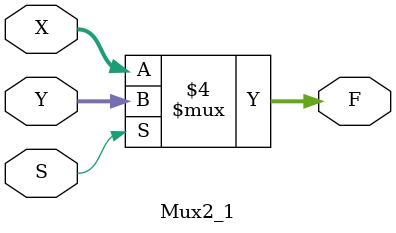
<source format=v>
/*
R. Antonio Orozco
5/26/2014
Homework6-Part3
This module implements a 2 to 1 multiplexer
*/
module Mux2_1( X, Y, S, F );
	parameter N = 2;
	input [N-1:0] X, Y; // input lines
	input S; // select line
	output reg [N-1:0] F; // output
	
	always@(X,Y,S) //the statements it contains are evaluated in the order given
	if(S == 0) 
		F = X; // if the select line is 0, then output = X
	else 
		F = Y; // else the output = Y
endmodule 
</source>
